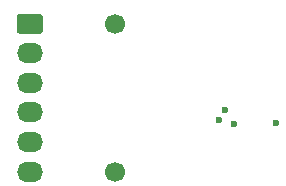
<source format=gbs>
G04 #@! TF.GenerationSoftware,KiCad,Pcbnew,8.0.6*
G04 #@! TF.CreationDate,2024-12-15T18:45:36+01:00*
G04 #@! TF.ProjectId,Test_2,54657374-5f32-42e6-9b69-6361645f7063,rev?*
G04 #@! TF.SameCoordinates,PX85e5580PY67486e0*
G04 #@! TF.FileFunction,Soldermask,Bot*
G04 #@! TF.FilePolarity,Negative*
%FSLAX46Y46*%
G04 Gerber Fmt 4.6, Leading zero omitted, Abs format (unit mm)*
G04 Created by KiCad (PCBNEW 8.0.6) date 2024-12-15 18:45:36*
%MOMM*%
%LPD*%
G01*
G04 APERTURE LIST*
%ADD10C,0.599999*%
%ADD11C,1.700000*%
%ADD12O,2.200000X1.700000*%
G04 APERTURE END LIST*
D10*
G04 #@! TO.C,M1*
X20037499Y8300000D03*
X20562499Y9175002D03*
X21312497Y7999998D03*
X24862498Y8075001D03*
G04 #@! TD*
D11*
G04 #@! TO.C,J1*
X11225007Y16466671D03*
X11225007Y3966671D03*
G36*
G01*
X2945007Y15866671D02*
X2945007Y17066671D01*
G75*
G02*
X3195007Y17316671I250000J0D01*
G01*
X4895007Y17316671D01*
G75*
G02*
X5145007Y17066671I0J-250000D01*
G01*
X5145007Y15866671D01*
G75*
G02*
X4895007Y15616671I-250000J0D01*
G01*
X3195007Y15616671D01*
G75*
G02*
X2945007Y15866671I0J250000D01*
G01*
G37*
D12*
X4045007Y13966671D03*
X4045007Y11466671D03*
X4045007Y8966671D03*
X4045007Y6466671D03*
X4045007Y3966671D03*
G04 #@! TD*
M02*

</source>
